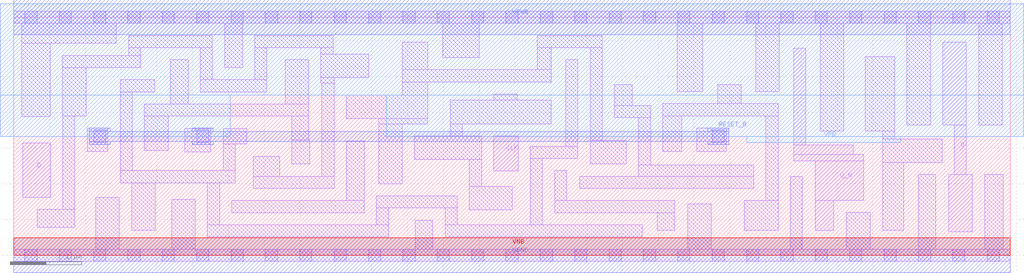
<source format=lef>
# Copyright 2020 The SkyWater PDK Authors
#
# Licensed under the Apache License, Version 2.0 (the "License");
# you may not use this file except in compliance with the License.
# You may obtain a copy of the License at
#
#     https://www.apache.org/licenses/LICENSE-2.0
#
# Unless required by applicable law or agreed to in writing, software
# distributed under the License is distributed on an "AS IS" BASIS,
# WITHOUT WARRANTIES OR CONDITIONS OF ANY KIND, either express or implied.
# See the License for the specific language governing permissions and
# limitations under the License.
#
# SPDX-License-Identifier: Apache-2.0

VERSION 5.7 ;
  NOWIREEXTENSIONATPIN ON ;
  DIVIDERCHAR "/" ;
  BUSBITCHARS "[]" ;
MACRO sky130_fd_sc_hs__dfrbp_2
  CLASS CORE ;
  FOREIGN sky130_fd_sc_hs__dfrbp_2 ;
  ORIGIN  0.000000  0.000000 ;
  SIZE  13.92000 BY  3.330000 ;
  SYMMETRY X Y R90 ;
  SITE unit ;
  PIN D
    ANTENNAGATEAREA  0.126000 ;
    DIRECTION INPUT ;
    USE SIGNAL ;
    PORT
      LAYER li1 ;
        RECT 0.125000 0.810000 0.515000 1.570000 ;
    END
  END D
  PIN Q
    ANTENNADIFFAREA  0.543200 ;
    DIRECTION OUTPUT ;
    USE SIGNAL ;
    PORT
      LAYER li1 ;
        RECT 12.975000 1.820000 13.305000 2.980000 ;
        RECT 13.060000 0.330000 13.390000 1.130000 ;
        RECT 13.135000 1.130000 13.305000 1.820000 ;
    END
  END Q
  PIN Q_N
    ANTENNADIFFAREA  0.543200 ;
    DIRECTION OUTPUT ;
    USE SIGNAL ;
    PORT
      LAYER li1 ;
        RECT 10.895000 1.320000 11.875000 1.410000 ;
        RECT 10.895000 1.410000 11.725000 1.540000 ;
        RECT 10.895000 1.540000 11.065000 2.900000 ;
        RECT 11.195000 0.350000 11.455000 0.770000 ;
        RECT 11.195000 0.770000 11.875000 1.320000 ;
    END
  END Q_N
  PIN RESET_B
    ANTENNAGATEAREA  0.378000 ;
    DIRECTION INPUT ;
    USE SIGNAL ;
    PORT
      LAYER met1 ;
        RECT 1.055000 1.550000 1.345000 1.595000 ;
        RECT 1.055000 1.595000 9.985000 1.735000 ;
        RECT 1.055000 1.735000 1.345000 1.780000 ;
        RECT 2.495000 1.550000 2.785000 1.595000 ;
        RECT 2.495000 1.735000 2.785000 1.780000 ;
        RECT 9.695000 1.550000 9.985000 1.595000 ;
        RECT 9.695000 1.735000 9.985000 1.780000 ;
    END
  END RESET_B
  PIN CLK
    ANTENNAGATEAREA  0.279000 ;
    DIRECTION INPUT ;
    USE CLOCK ;
    PORT
      LAYER li1 ;
        RECT 6.705000 1.180000 7.045000 1.670000 ;
    END
  END CLK
  PIN VGND
    DIRECTION INOUT ;
    USE GROUND ;
    PORT
      LAYER met1 ;
        RECT 0.000000 -0.245000 13.920000 0.245000 ;
    END
  END VGND
  PIN VNB
    DIRECTION INOUT ;
    USE GROUND ;
    PORT
      LAYER pwell ;
        RECT 0.000000 0.000000 13.920000 0.245000 ;
    END
  END VNB
  PIN VPB
    DIRECTION INOUT ;
    USE POWER ;
    PORT
      LAYER nwell ;
        RECT -0.190000 1.660000  3.025000 2.245000 ;
        RECT -0.190000 2.245000 14.110000 3.520000 ;
        RECT  5.200000 1.660000 14.110000 2.245000 ;
        RECT 10.235000 1.580000 12.385000 1.660000 ;
    END
  END VPB
  PIN VPWR
    DIRECTION INOUT ;
    USE POWER ;
    PORT
      LAYER met1 ;
        RECT 0.000000 3.085000 13.920000 3.575000 ;
    END
  END VPWR
  OBS
    LAYER li1 ;
      RECT  0.000000 -0.085000 13.920000 0.085000 ;
      RECT  0.000000  3.245000 13.920000 3.415000 ;
      RECT  0.115000  1.940000  0.510000 2.965000 ;
      RECT  0.115000  2.965000  1.435000 3.245000 ;
      RECT  0.325000  0.390000  0.855000 0.640000 ;
      RECT  0.680000  1.950000  1.010000 2.625000 ;
      RECT  0.680000  2.625000  1.775000 2.795000 ;
      RECT  0.685000  0.640000  0.855000 1.950000 ;
      RECT  1.025000  1.450000  1.315000 1.780000 ;
      RECT  1.145000  0.085000  1.475000 0.810000 ;
      RECT  1.485000  1.015000  3.095000 1.185000 ;
      RECT  1.485000  1.185000  1.655000 2.285000 ;
      RECT  1.485000  2.285000  1.970000 2.455000 ;
      RECT  1.605000  2.795000  1.775000 2.905000 ;
      RECT  1.605000  2.905000  2.775000 3.075000 ;
      RECT  1.645000  0.350000  1.975000 1.015000 ;
      RECT  1.825000  1.470000  2.155000 1.945000 ;
      RECT  1.825000  1.945000  4.120000 2.115000 ;
      RECT  2.185000  2.115000  2.435000 2.735000 ;
      RECT  2.205000  0.085000  2.535000 0.780000 ;
      RECT  2.385000  1.445000  2.755000 1.775000 ;
      RECT  2.605000  2.285000  3.535000 2.455000 ;
      RECT  2.605000  2.455000  2.775000 2.905000 ;
      RECT  2.705000  0.255000  5.235000 0.425000 ;
      RECT  2.705000  0.425000  2.875000 1.015000 ;
      RECT  2.925000  1.185000  3.095000 1.555000 ;
      RECT  2.925000  1.555000  3.255000 1.775000 ;
      RECT  2.945000  2.625000  3.195000 3.245000 ;
      RECT  3.045000  0.595000  4.895000 0.765000 ;
      RECT  3.345000  0.935000  4.475000 1.105000 ;
      RECT  3.345000  1.105000  3.715000 1.385000 ;
      RECT  3.365000  2.455000  3.535000 2.905000 ;
      RECT  3.365000  2.905000  4.460000 3.075000 ;
      RECT  3.790000  2.115000  4.120000 2.735000 ;
      RECT  3.885000  1.275000  4.135000 1.610000 ;
      RECT  3.885000  1.610000  4.120000 1.945000 ;
      RECT  4.290000  2.410000  4.475000 2.485000 ;
      RECT  4.290000  2.485000  4.960000 2.815000 ;
      RECT  4.290000  2.815000  4.460000 2.905000 ;
      RECT  4.305000  1.105000  4.475000 2.410000 ;
      RECT  4.645000  0.765000  4.895000 1.600000 ;
      RECT  4.645000  1.910000  5.785000 2.240000 ;
      RECT  5.065000  0.425000  5.235000 0.660000 ;
      RECT  5.065000  0.660000  6.195000 0.830000 ;
      RECT  5.095000  1.000000  5.425000 1.840000 ;
      RECT  5.095000  1.840000  5.785000 1.910000 ;
      RECT  5.425000  2.240000  5.785000 2.425000 ;
      RECT  5.425000  2.425000  7.505000 2.595000 ;
      RECT  5.425000  2.595000  5.785000 2.980000 ;
      RECT  5.595000  1.340000  6.535000 1.670000 ;
      RECT  5.605000  0.085000  5.855000 0.490000 ;
      RECT  5.990000  2.765000  6.500000 3.245000 ;
      RECT  6.025000  0.255000  8.780000 0.425000 ;
      RECT  6.025000  0.425000  6.195000 0.660000 ;
      RECT  6.095000  1.670000  6.265000 1.840000 ;
      RECT  6.095000  1.840000  7.505000 2.170000 ;
      RECT  6.365000  0.635000  6.960000 0.965000 ;
      RECT  6.365000  0.965000  6.535000 1.340000 ;
      RECT  6.705000  2.170000  7.035000 2.255000 ;
      RECT  7.215000  0.425000  7.385000 1.355000 ;
      RECT  7.215000  1.355000  7.880000 1.525000 ;
      RECT  7.315000  2.595000  7.505000 2.905000 ;
      RECT  7.315000  2.905000  8.220000 3.075000 ;
      RECT  7.555000  0.595000  9.235000 0.765000 ;
      RECT  7.555000  0.765000  7.725000 1.185000 ;
      RECT  7.710000  1.525000  7.880000 2.735000 ;
      RECT  7.905000  0.935000 10.335000 1.105000 ;
      RECT  8.050000  1.275000  8.555000 1.605000 ;
      RECT  8.050000  1.605000  8.220000 2.905000 ;
      RECT  8.390000  1.925000  8.895000 2.095000 ;
      RECT  8.390000  2.095000  8.640000 2.385000 ;
      RECT  8.725000  1.105000 10.335000 1.265000 ;
      RECT  8.725000  1.265000  8.895000 1.925000 ;
      RECT  8.985000  0.350000  9.235000 0.595000 ;
      RECT  9.065000  1.455000  9.330000 1.950000 ;
      RECT  9.065000  1.950000 10.675000 2.120000 ;
      RECT  9.265000  2.290000  9.625000 3.245000 ;
      RECT  9.415000  0.085000  9.745000 0.720000 ;
      RECT  9.540000  1.450000  9.955000 1.780000 ;
      RECT  9.830000  2.120000 10.160000 2.385000 ;
      RECT 10.205000  0.350000 10.675000 0.765000 ;
      RECT 10.365000  2.290000 10.695000 3.245000 ;
      RECT 10.505000  0.765000 10.675000 1.950000 ;
      RECT 10.845000  0.085000 11.015000 1.100000 ;
      RECT 11.265000  1.740000 11.595000 3.245000 ;
      RECT 11.625000  0.085000 11.965000 0.600000 ;
      RECT 11.895000  1.740000 12.305000 2.780000 ;
      RECT 12.135000  0.350000 12.430000 1.300000 ;
      RECT 12.135000  1.300000 12.965000 1.630000 ;
      RECT 12.135000  1.630000 12.305000 1.740000 ;
      RECT 12.475000  1.820000 12.805000 3.245000 ;
      RECT 12.630000  0.085000 12.880000 1.130000 ;
      RECT 13.475000  1.820000 13.805000 3.245000 ;
      RECT 13.560000  0.085000 13.820000 1.130000 ;
    LAYER mcon ;
      RECT  0.155000 -0.085000  0.325000 0.085000 ;
      RECT  0.155000  3.245000  0.325000 3.415000 ;
      RECT  0.635000 -0.085000  0.805000 0.085000 ;
      RECT  0.635000  3.245000  0.805000 3.415000 ;
      RECT  1.115000 -0.085000  1.285000 0.085000 ;
      RECT  1.115000  1.580000  1.285000 1.750000 ;
      RECT  1.115000  3.245000  1.285000 3.415000 ;
      RECT  1.595000 -0.085000  1.765000 0.085000 ;
      RECT  1.595000  3.245000  1.765000 3.415000 ;
      RECT  2.075000 -0.085000  2.245000 0.085000 ;
      RECT  2.075000  3.245000  2.245000 3.415000 ;
      RECT  2.555000 -0.085000  2.725000 0.085000 ;
      RECT  2.555000  1.580000  2.725000 1.750000 ;
      RECT  2.555000  3.245000  2.725000 3.415000 ;
      RECT  3.035000 -0.085000  3.205000 0.085000 ;
      RECT  3.035000  3.245000  3.205000 3.415000 ;
      RECT  3.515000 -0.085000  3.685000 0.085000 ;
      RECT  3.515000  3.245000  3.685000 3.415000 ;
      RECT  3.995000 -0.085000  4.165000 0.085000 ;
      RECT  3.995000  3.245000  4.165000 3.415000 ;
      RECT  4.475000 -0.085000  4.645000 0.085000 ;
      RECT  4.475000  3.245000  4.645000 3.415000 ;
      RECT  4.955000 -0.085000  5.125000 0.085000 ;
      RECT  4.955000  3.245000  5.125000 3.415000 ;
      RECT  5.435000 -0.085000  5.605000 0.085000 ;
      RECT  5.435000  3.245000  5.605000 3.415000 ;
      RECT  5.915000 -0.085000  6.085000 0.085000 ;
      RECT  5.915000  3.245000  6.085000 3.415000 ;
      RECT  6.395000 -0.085000  6.565000 0.085000 ;
      RECT  6.395000  3.245000  6.565000 3.415000 ;
      RECT  6.875000 -0.085000  7.045000 0.085000 ;
      RECT  6.875000  3.245000  7.045000 3.415000 ;
      RECT  7.355000 -0.085000  7.525000 0.085000 ;
      RECT  7.355000  3.245000  7.525000 3.415000 ;
      RECT  7.835000 -0.085000  8.005000 0.085000 ;
      RECT  7.835000  3.245000  8.005000 3.415000 ;
      RECT  8.315000 -0.085000  8.485000 0.085000 ;
      RECT  8.315000  3.245000  8.485000 3.415000 ;
      RECT  8.795000 -0.085000  8.965000 0.085000 ;
      RECT  8.795000  3.245000  8.965000 3.415000 ;
      RECT  9.275000 -0.085000  9.445000 0.085000 ;
      RECT  9.275000  3.245000  9.445000 3.415000 ;
      RECT  9.755000 -0.085000  9.925000 0.085000 ;
      RECT  9.755000  1.580000  9.925000 1.750000 ;
      RECT  9.755000  3.245000  9.925000 3.415000 ;
      RECT 10.235000 -0.085000 10.405000 0.085000 ;
      RECT 10.235000  3.245000 10.405000 3.415000 ;
      RECT 10.715000 -0.085000 10.885000 0.085000 ;
      RECT 10.715000  3.245000 10.885000 3.415000 ;
      RECT 11.195000 -0.085000 11.365000 0.085000 ;
      RECT 11.195000  3.245000 11.365000 3.415000 ;
      RECT 11.675000 -0.085000 11.845000 0.085000 ;
      RECT 11.675000  3.245000 11.845000 3.415000 ;
      RECT 12.155000 -0.085000 12.325000 0.085000 ;
      RECT 12.155000  3.245000 12.325000 3.415000 ;
      RECT 12.635000 -0.085000 12.805000 0.085000 ;
      RECT 12.635000  3.245000 12.805000 3.415000 ;
      RECT 13.115000 -0.085000 13.285000 0.085000 ;
      RECT 13.115000  3.245000 13.285000 3.415000 ;
      RECT 13.595000 -0.085000 13.765000 0.085000 ;
      RECT 13.595000  3.245000 13.765000 3.415000 ;
  END
END sky130_fd_sc_hs__dfrbp_2
END LIBRARY

</source>
